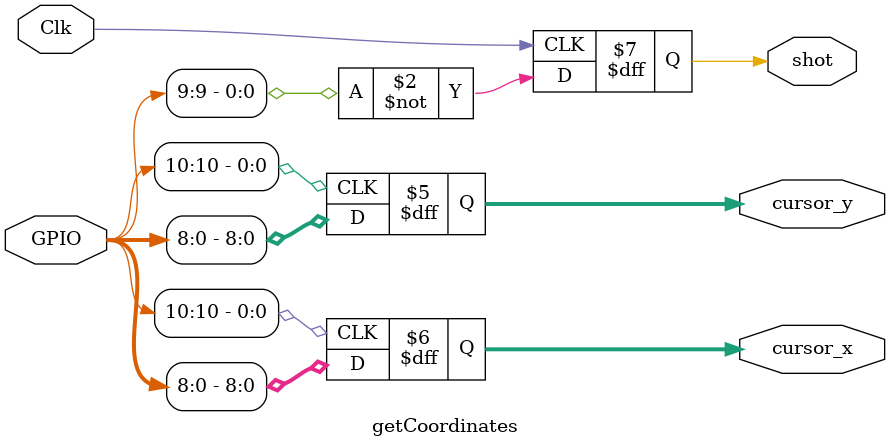
<source format=sv>
module getCoordinates(
  input Clk,
  input [35:0] GPIO,
  output [8:0] cursor_x,
  output [8:0] cursor_y,
  output shot
  );
  always @(posedge Clk)
    begin
      shot = ~GPIO[9];
    end
  always @(negedge GPIO[10])
    begin
      cursor_x = GPIO[8:0];
    end
  always @ (posedge GPIO[10])
   begin
     cursor_y = GPIO[8:0];
   end
endmodule

</source>
